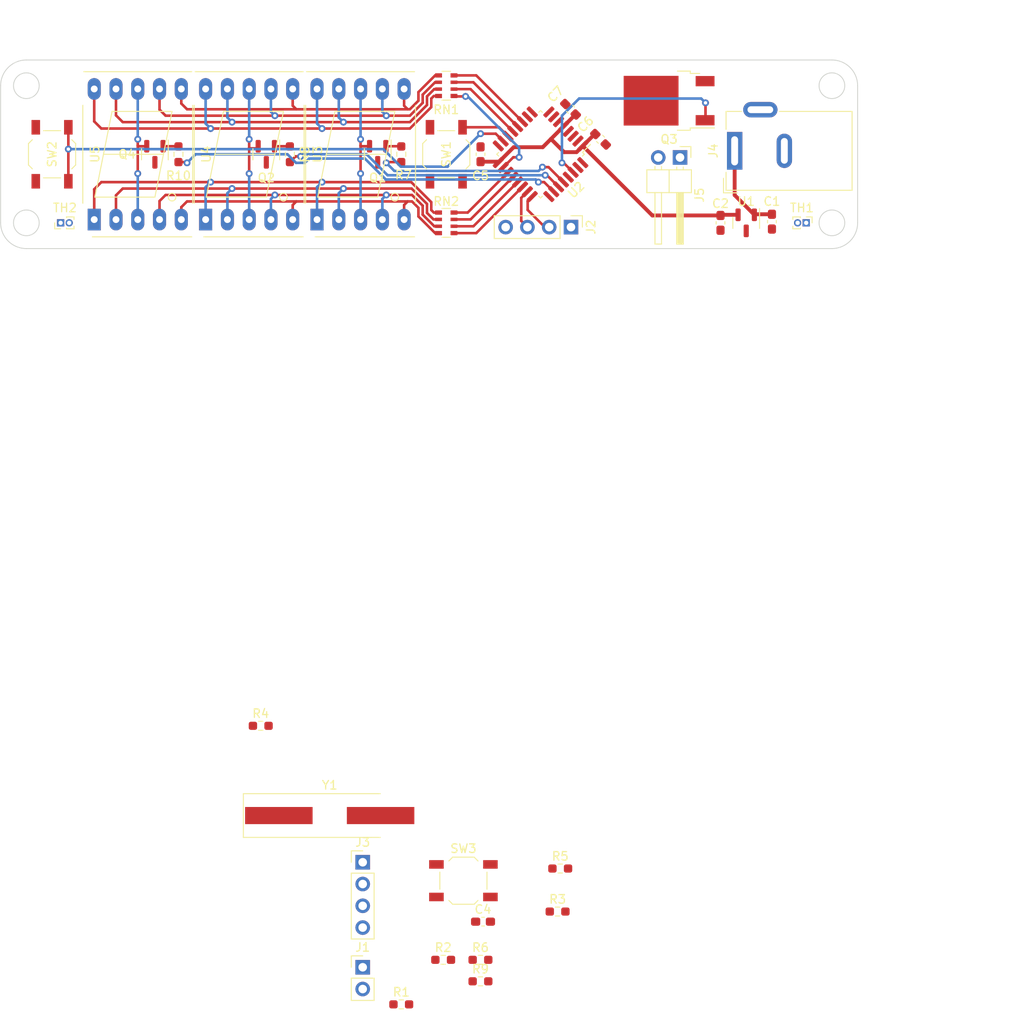
<source format=kicad_pcb>
(kicad_pcb (version 20211014) (generator pcbnew)
  (layers (0 "F.Cu" signal) (31 "B.Cu" signal) (34 "B.Paste" user) (35 "F.Paste" user) (36 "B.SilkS" user "B.Silkscreen") (37 "F.SilkS" user "F.Silkscreen") (38 "B.Mask" user) (39 "F.Mask" user) (44 "Edge.Cuts" user))
  (net 0 "")
  (net 1 "GND")
  (net 2 "+3V3")
  (net 3 "/BootMode")
  (net 4 "/Reset")
  (net 5 "/SWCLK")
  (net 6 "/SWDIO")
  (net 7 "/TX")
  (net 8 "/RX")
  (net 9 "Net-(Q1-Pad1)")
  (net 10 "Net-(Q1-Pad2)")
  (net 11 "Net-(Q2-Pad1)")
  (net 12 "Net-(Q2-Pad2)")
  (net 13 "/HeaterGate")
  (net 14 "Net-(Q4-Pad1)")
  (net 15 "Net-(Q4-Pad2)")
  (net 16 "/NTC_1")
  (net 17 "/Button_1")
  (net 18 "/NTC_2")
  (net 19 "/Button_2")
  (net 20 "/Digit_0")
  (net 21 "/Digit_1")
  (net 22 "/Digit_2")
  (net 23 "/Seg_D")
  (net 24 "/Seg_C")
  (net 25 "/Seg_DP")
  (net 26 "/Seg_G")
  (net 27 "/OSC_IN")
  (net 28 "/OSC_OUT")
  (net 31 "/Seg_F")
  (net 32 "/Seg_E")
  (net 33 "/Seg_B")
  (net 34 "/Seg_A")
  (net 35 "VCC")
  (net 36 "Net-(U2-Pad11)")
  (net 37 "Net-(U2-Pad12)")
  (net 38 "Net-(U2-Pad13)")
  (net 39 "Net-(U2-Pad18)")
  (net 40 "Net-(RN2-Pad1)")
  (net 41 "Net-(RN2-Pad2)")
  (net 42 "Net-(RN2-Pad3)")
  (net 43 "Net-(U2-Pad19)")
  (net 45 "Net-(Q3-Pad2)")
  (footprint "Capacitor_SMD:C_0603_1608Metric_Pad1.08x0.95mm_HandSolder" (layer "F.Cu") (at 179 38 90)
    (fp_text reference "C5" (at -2.5 0 180) (layer "F.SilkS"))
    (fp_text value "100nF *3")
    (pad "1" smd roundrect (at -0.8625 0 90) (size 1.075 0.95) (layers "F.Cu" "F.Paste" "F.Mask") (net 2 "+3V3"))
    (pad "2" smd roundrect (at 0.8625 0 90) (size 1.075 0.95) (layers "F.Cu" "F.Paste" "F.Mask") (net 1 "GND"))
  )
  (footprint "Connector_PinHeader_2.54mm:PinHeader_1x02_P2.54mm_Vertical" (layer "F.Cu") (at 165.25 132.85)
    (fp_text reference "J1" (at 0 -2.33) (layer "F.SilkS"))
    (fp_text value "Conn_01x02_Male")
    (pad "1" thru_hole rect (at 0 0) (size 1.7 1.7) (drill 1) (layers *.Cu *.Mask) (net 4 "/Reset"))
    (pad "2" thru_hole oval (at 0 2.54) (size 1.7 1.7) (drill 1) (layers *.Cu *.Mask) (net 2 "+3V3"))
  )
  (footprint "Resistor_SMD:R_0603_1608Metric_Pad0.98x0.95mm_HandSolder" (layer "F.Cu") (at 174.64 131.98)
    (fp_text reference "R2" (at 0 -1.43) (layer "F.SilkS"))
    (fp_text value "10K")
    (pad "1" smd roundrect (at -0.9125 0) (size 0.975 0.95) (layers "F.Cu" "F.Paste" "F.Mask") (net 2 "+3V3"))
    (pad "2" smd roundrect (at 0.9125 0) (size 0.975 0.95) (layers "F.Cu" "F.Paste" "F.Mask") (net 17 "/Button_1"))
  )
  (footprint "Resistor_SMD:R_0603_1608Metric_Pad0.98x0.95mm_HandSolder" (layer "F.Cu") (at 187.99 126.35)
    (fp_text reference "R3" (at 0 -1.43) (layer "F.SilkS"))
    (fp_text value "2k7")
    (pad "1" smd roundrect (at -0.9125 0) (size 0.975 0.95) (layers "F.Cu" "F.Paste" "F.Mask") (net 18 "/NTC_2"))
    (pad "2" smd roundrect (at 0.9125 0) (size 0.975 0.95) (layers "F.Cu" "F.Paste" "F.Mask") (net 1 "GND"))
  )
  (footprint "Resistor_SMD:R_0603_1608Metric_Pad0.98x0.95mm_HandSolder" (layer "F.Cu") (at 169.75 38 90)
    (fp_text reference "R7" (at -2.4125 0.25 180) (layer "F.SilkS"))
    (fp_text value "220")
    (pad "1" smd roundrect (at -0.9125 0 90) (size 0.975 0.95) (layers "F.Cu" "F.Paste" "F.Mask") (net 20 "/Digit_0"))
    (pad "2" smd roundrect (at 0.9125 0 90) (size 0.975 0.95) (layers "F.Cu" "F.Paste" "F.Mask") (net 9 "Net-(Q1-Pad1)"))
  )
  (footprint "Connector_BarrelJack:BarrelJack_Wuerth_6941xx301002" (layer "F.Cu") (at 208.65 37.6 90)
    (fp_text reference "J4" (at 0 -2.5 90) (layer "F.SilkS"))
    (fp_text value "Barrel_Jack")
    (pad "1" thru_hole rect (at 0 0 90) (size 4.4 1.8) (drill oval 3.4 0.8) (layers *.Cu *.Mask) (net 35 "VCC"))
    (pad "2" thru_hole oval (at 0 5.8 90) (size 4 1.8) (drill oval 3 0.8) (layers *.Cu *.Mask) (net 1 "GND"))
    (pad "3" thru_hole oval (at 4.8 3 180) (size 4 1.8) (drill oval 3 0.8) (layers *.Cu *.Mask) (net 1 "GND"))
  )
  (footprint "Package_TO_SOT_SMD:SOT-23" (layer "F.Cu") (at 154 38 -90)
    (fp_text reference "Q2" (at 2.75 0 180) (layer "F.SilkS"))
    (fp_text value "Q_NPN_BCE")
    (pad "1" smd roundrect (at -0.9375 -0.95 270) (size 1.475 0.6) (layers "F.Cu" "F.Paste" "F.Mask") (net 11 "Net-(Q2-Pad1)"))
    (pad "2" smd roundrect (at -0.9375 0.95 270) (size 1.475 0.6) (layers "F.Cu" "F.Paste" "F.Mask") (net 12 "Net-(Q2-Pad2)"))
    (pad "3" smd roundrect (at 0.9375 0 270) (size 1.475 0.6) (layers "F.Cu" "F.Paste" "F.Mask") (net 1 "GND"))
  )
  (footprint "Capacitor_SMD:C_0603_1608Metric_Pad1.08x0.95mm_HandSolder" (layer "F.Cu") (at 179.29 127.53)
    (fp_text reference "C4" (at 0 -1.43) (layer "F.SilkS"))
    (fp_text value "100pF")
    (pad "1" smd roundrect (at -0.8625 0) (size 1.075 0.95) (layers "F.Cu" "F.Paste" "F.Mask") (net 1 "GND"))
    (pad "2" smd roundrect (at 0.8625 0) (size 1.075 0.95) (layers "F.Cu" "F.Paste" "F.Mask") (net 3 "/BootMode"))
  )
  (footprint "Resistor_SMD:R_0603_1608Metric_Pad0.98x0.95mm_HandSolder" (layer "F.Cu") (at 188.3 121.33)
    (fp_text reference "R5" (at 0 -1.43) (layer "F.SilkS"))
    (fp_text value "10K")
    (pad "1" smd roundrect (at -0.9125 0) (size 0.975 0.95) (layers "F.Cu" "F.Paste" "F.Mask") (net 4 "/Reset"))
    (pad "2" smd roundrect (at 0.9125 0) (size 0.975 0.95) (layers "F.Cu" "F.Paste" "F.Mask") (net 1 "GND"))
  )
  (footprint "Capacitor_SMD:C_0603_1608Metric_Pad1.08x0.95mm_HandSolder" (layer "F.Cu") (at 189.5 32.75 135)
    (fp_text reference "C7" (at 2.474874 0 225) (layer "F.SilkS"))
    (fp_text value "100nF")
    (pad "1" smd roundrect (at -0.8625 0 135) (size 1.075 0.95) (layers "F.Cu" "F.Paste" "F.Mask") (net 2 "+3V3"))
    (pad "2" smd roundrect (at 0.8625 0 135) (size 1.075 0.95) (layers "F.Cu" "F.Paste" "F.Mask") (net 1 "GND"))
  )
  (footprint "Package_TO_SOT_SMD:SOT-23" (layer "F.Cu") (at 210 46 -90)
    (fp_text reference "U1" (at -2.5 0 180) (layer "F.SilkS"))
    (fp_text value "AP7370")
    (pad "1" smd roundrect (at -0.9375 -0.95 270) (size 1.475 0.6) (layers "F.Cu" "F.Paste" "F.Mask") (net 35 "VCC"))
    (pad "2" smd roundrect (at -0.9375 0.95 270) (size 1.475 0.6) (layers "F.Cu" "F.Paste" "F.Mask") (net 2 "+3V3"))
    (pad "3" smd roundrect (at 0.9375 0 270) (size 1.475 0.6) (layers "F.Cu" "F.Paste" "F.Mask") (net 1 "GND"))
  )
  (footprint "Capacitor_SMD:C_0603_1608Metric_Pad1.08x0.95mm_HandSolder" (layer "F.Cu") (at 207 46 -90)
    (fp_text reference "C2" (at -2.25 0 180) (layer "F.SilkS"))
    (fp_text value "2.2uF")
    (pad "1" smd roundrect (at -0.8625 0 270) (size 1.075 0.95) (layers "F.Cu" "F.Paste" "F.Mask") (net 2 "+3V3"))
    (pad "2" smd roundrect (at 0.8625 0 270) (size 1.075 0.95) (layers "F.Cu" "F.Paste" "F.Mask") (net 1 "GND"))
  )
  (footprint "Button_Switch_SMD:SW_SPST_TL3342" (layer "F.Cu") (at 177 122.75)
    (fp_text reference "SW3" (at 0 -3.75) (layer "F.SilkS"))
    (fp_text value "SW_Push")
    (pad "1" smd rect (at 3.15 -1.9) (size 1.7 1) (layers "F.Cu" "F.Paste" "F.Mask") (net 1 "GND"))
    (pad "1" smd rect (at -3.15 -1.9) (size 1.7 1) (layers "F.Cu" "F.Paste" "F.Mask") (net 1 "GND"))
    (pad "2" smd rect (at 3.15 1.9) (size 1.7 1) (layers "F.Cu" "F.Paste" "F.Mask") (net 3 "/BootMode"))
    (pad "2" smd rect (at -3.15 1.9) (size 1.7 1) (layers "F.Cu" "F.Paste" "F.Mask") (net 3 "/BootMode"))
  )
  (footprint "Display_7Segment:7SegmentLED_LTS6760_LTS6780" (layer "F.Cu") (at 133.92 45.62 90)
    (fp_text reference "U5" (at 7.62 0.08 90) (layer "F.SilkS"))
    (fp_text value "SC39-11YWA")
    (pad "1" thru_hole rect (at 0 0) (size 1.524 2.524) (drill 0.8) (layers *.Cu *.Mask) (net 26 "/Seg_G"))
    (pad "2" thru_hole oval (at 0 2.54) (size 1.524 2.524) (drill 0.8) (layers *.Cu *.Mask) (net 31 "/Seg_F"))
    (pad "3" thru_hole oval (at 0 5.08) (size 1.524 2.524) (drill 0.8) (layers *.Cu *.Mask) (net 15 "Net-(Q4-Pad2)"))
    (pad "4" thru_hole oval (at 0 7.62) (size 1.524 2.524) (drill 0.8) (layers *.Cu *.Mask) (net 32 "/Seg_E"))
    (pad "5" thru_hole oval (at 0 10.16) (size 1.524 2.524) (drill 0.8) (layers *.Cu *.Mask) (net 23 "/Seg_D"))
    (pad "6" thru_hole oval (at 15.24 10.16) (size 1.524 2.524) (drill 0.8) (layers *.Cu *.Mask) (net 25 "/Seg_DP"))
    (pad "7" thru_hole oval (at 15.24 7.62) (size 1.524 2.524) (drill 0.8) (layers *.Cu *.Mask) (net 24 "/Seg_C"))
    (pad "8" thru_hole oval (at 15.24 5.08) (size 1.524 2.524) (drill 0.8) (layers *.Cu *.Mask) (net 15 "Net-(Q4-Pad2)"))
    (pad "9" thru_hole oval (at 15.24 2.54) (size 1.524 2.524) (drill 0.8) (layers *.Cu *.Mask) (net 33 "/Seg_B"))
    (pad "10" thru_hole oval (at 15.24 0) (size 1.524 2.524) (drill 0.8) (layers *.Cu *.Mask) (net 34 "/Seg_A"))
  )
  (footprint "Resistor_SMD:R_0603_1608Metric_Pad0.98x0.95mm_HandSolder" (layer "F.Cu") (at 178.99 134.49)
    (fp_text reference "R9" (at 0 -1.43) (layer "F.SilkS"))
    (fp_text value "10K")
    (pad "1" smd roundrect (at -0.9125 0) (size 0.975 0.95) (layers "F.Cu" "F.Paste" "F.Mask") (net 13 "/HeaterGate"))
    (pad "2" smd roundrect (at 0.9125 0) (size 0.975 0.95) (layers "F.Cu" "F.Paste" "F.Mask") (net 1 "GND"))
  )
  (footprint "Button_Switch_SMD:SW_SPST_TL3342" (layer "F.Cu") (at 129 38 -90)
    (fp_text reference "SW2" (at 0 0 90) (layer "F.SilkS"))
    (fp_text value "SW_Push")
    (pad "1" smd rect (at -3.15 -1.9 270) (size 1.7 1) (layers "F.Cu" "F.Paste" "F.Mask") (net 19 "/Button_2"))
    (pad "1" smd rect (at 3.15 -1.9 270) (size 1.7 1) (layers "F.Cu" "F.Paste" "F.Mask") (net 19 "/Button_2"))
    (pad "2" smd rect (at 3.15 1.9 270) (size 1.7 1) (layers "F.Cu" "F.Paste" "F.Mask") (net 1 "GND"))
    (pad "2" smd rect (at -3.15 1.9 270) (size 1.7 1) (layers "F.Cu" "F.Paste" "F.Mask") (net 1 "GND"))
  )
  (footprint "Display_7Segment:7SegmentLED_LTS6760_LTS6780" (layer "F.Cu") (at 159.92 45.62 90)
    (fp_text reference "U3" (at 7.62 0.08 90) (layer "F.SilkS"))
    (fp_text value "SC39-11YWA")
    (pad "1" thru_hole rect (at 0 0) (size 1.524 2.524) (drill 0.8) (layers *.Cu *.Mask) (net 26 "/Seg_G"))
    (pad "2" thru_hole oval (at 0 2.54) (size 1.524 2.524) (drill 0.8) (layers *.Cu *.Mask) (net 31 "/Seg_F"))
    (pad "3" thru_hole oval (at 0 5.08) (size 1.524 2.524) (drill 0.8) (layers *.Cu *.Mask) (net 10 "Net-(Q1-Pad2)"))
    (pad "4" thru_hole oval (at 0 7.62) (size 1.524 2.524) (drill 0.8) (layers *.Cu *.Mask) (net 32 "/Seg_E"))
    (pad "5" thru_hole oval (at 0 10.16) (size 1.524 2.524) (drill 0.8) (layers *.Cu *.Mask) (net 23 "/Seg_D"))
    (pad "6" thru_hole oval (at 15.24 10.16) (size 1.524 2.524) (drill 0.8) (layers *.Cu *.Mask) (net 25 "/Seg_DP"))
    (pad "7" thru_hole oval (at 15.24 7.62) (size 1.524 2.524) (drill 0.8) (layers *.Cu *.Mask) (net 24 "/Seg_C"))
    (pad "8" thru_hole oval (at 15.24 5.08) (size 1.524 2.524) (drill 0.8) (layers *.Cu *.Mask) (net 10 "Net-(Q1-Pad2)"))
    (pad "9" thru_hole oval (at 15.24 2.54) (size 1.524 2.524) (drill 0.8) (layers *.Cu *.Mask) (net 33 "/Seg_B"))
    (pad "10" thru_hole oval (at 15.24 0) (size 1.524 2.524) (drill 0.8) (layers *.Cu *.Mask) (net 34 "/Seg_A"))
  )
  (footprint "Connector_PinHeader_2.54mm:PinHeader_1x04_P2.54mm_Vertical" (layer "F.Cu") (at 189.55 46.5 -90)
    (fp_text reference "J2" (at 0 -2.33 90) (layer "F.SilkS"))
    (fp_text value "Conn_01x04")
    (pad "1" thru_hole rect (at 0 0 270) (size 1.7 1.7) (drill 1) (layers *.Cu *.Mask) (net 2 "+3V3"))
    (pad "2" thru_hole oval (at 0 2.54 270) (size 1.7 1.7) (drill 1) (layers *.Cu *.Mask) (net 5 "/SWCLK"))
    (pad "3" thru_hole oval (at 0 5.08 270) (size 1.7 1.7) (drill 1) (layers *.Cu *.Mask) (net 6 "/SWDIO"))
    (pad "4" thru_hole oval (at 0 7.62 270) (size 1.7 1.7) (drill 1) (layers *.Cu *.Mask) (net 1 "GND"))
  )
  (footprint "Capacitor_SMD:C_0603_1608Metric_Pad1.08x0.95mm_HandSolder" (layer "F.Cu") (at 193 36.25 -45)
    (fp_text reference "C6" (at -2.474874 0 225) (layer "F.SilkS"))
    (fp_text value "100nF")
    (pad "1" smd roundrect (at -0.8625 0 315) (size 1.075 0.95) (layers "F.Cu" "F.Paste" "F.Mask") (net 2 "+3V3"))
    (pad "2" smd roundrect (at 0.8625 0 315) (size 1.075 0.95) (layers "F.Cu" "F.Paste" "F.Mask") (net 1 "GND"))
  )
  (footprint "Crystal:Crystal_SMD_HC49-SD_HandSoldering" (layer "F.Cu") (at 161.4 115.15)
    (fp_text reference "Y1" (at 0 -3.55) (layer "F.SilkS"))
    (fp_text value "8Mhz")
    (pad "1" smd rect (at -5.9375 0) (size 7.875 2) (layers "F.Cu" "F.Paste" "F.Mask") (net 27 "/OSC_IN"))
    (pad "2" smd rect (at 5.9375 0) (size 7.875 2) (layers "F.Cu" "F.Paste" "F.Mask") (net 28 "/OSC_OUT"))
  )
  (footprint "Resistor_SMD:R_0603_1608Metric_Pad0.98x0.95mm_HandSolder" (layer "F.Cu") (at 169.75 137.18)
    (fp_text reference "R1" (at 0 -1.43) (layer "F.SilkS"))
    (fp_text value "2k7")
    (pad "1" smd roundrect (at -0.9125 0) (size 0.975 0.95) (layers "F.Cu" "F.Paste" "F.Mask") (net 16 "/NTC_1"))
    (pad "2" smd roundrect (at 0.9125 0) (size 0.975 0.95) (layers "F.Cu" "F.Paste" "F.Mask") (net 1 "GND"))
  )
  (footprint "Capacitor_SMD:C_0603_1608Metric_Pad1.08x0.95mm_HandSolder" (layer "F.Cu") (at 213 45.8625 -90)
    (fp_text reference "C1" (at -2.3625 0) (layer "F.SilkS"))
    (fp_text value "2.2uF")
    (pad "1" smd roundrect (at -0.8625 0 270) (size 1.075 0.95) (layers "F.Cu" "F.Paste" "F.Mask") (net 35 "VCC"))
    (pad "2" smd roundrect (at 0.8625 0 270) (size 1.075 0.95) (layers "F.Cu" "F.Paste" "F.Mask") (net 1 "GND"))
  )
  (footprint "Display_7Segment:7SegmentLED_LTS6760_LTS6780" (layer "F.Cu") (at 146.92 45.62 90)
    (fp_text reference "U4" (at 7.62 0.08 270) (layer "F.SilkS"))
    (fp_text value "SC39-11YWA")
    (pad "1" thru_hole rect (at 0 0) (size 1.524 2.524) (drill 0.8) (layers *.Cu *.Mask) (net 26 "/Seg_G"))
    (pad "2" thru_hole oval (at 0 2.54) (size 1.524 2.524) (drill 0.8) (layers *.Cu *.Mask) (net 31 "/Seg_F"))
    (pad "3" thru_hole oval (at 0 5.08) (size 1.524 2.524) (drill 0.8) (layers *.Cu *.Mask) (net 12 "Net-(Q2-Pad2)"))
    (pad "4" thru_hole oval (at 0 7.62) (size 1.524 2.524) (drill 0.8) (layers *.Cu *.Mask) (net 32 "/Seg_E"))
    (pad "5" thru_hole oval (at 0 10.16) (size 1.524 2.524) (drill 0.8) (layers *.Cu *.Mask) (net 23 "/Seg_D"))
    (pad "6" thru_hole oval (at 15.24 10.16) (size 1.524 2.524) (drill 0.8) (layers *.Cu *.Mask) (net 25 "/Seg_DP"))
    (pad "7" thru_hole oval (at 15.24 7.62) (size 1.524 2.524) (drill 0.8) (layers *.Cu *.Mask) (net 24 "/Seg_C"))
    (pad "8" thru_hole oval (at 15.24 5.08) (size 1.524 2.524) (drill 0.8) (layers *.Cu *.Mask) (net 12 "Net-(Q2-Pad2)"))
    (pad "9" thru_hole oval (at 15.24 2.54) (size 1.524 2.524) (drill 0.8) (layers *.Cu *.Mask) (net 33 "/Seg_B"))
    (pad "10" thru_hole oval (at 15.24 0) (size 1.524 2.524) (drill 0.8) (layers *.Cu *.Mask) (net 34 "/Seg_A"))
  )
  (footprint "Resistor_SMD:R_Array_Convex_4x0603" (layer "F.Cu") (at 175 46 180)
    (fp_text reference "RN2" (at 0 2.5) (layer "F.SilkS"))
    (fp_text value "1K")
    (pad "1" smd rect (at -0.9 -1.2 180) (size 0.8 0.5) (layers "F.Cu" "F.Paste" "F.Mask") (net 40 "Net-(RN2-Pad1)"))
    (pad "2" smd rect (at -0.9 -0.4 180) (size 0.8 0.4) (layers "F.Cu" "F.Paste" "F.Mask") (net 41 "Net-(RN2-Pad2)"))
    (pad "3" smd rect (at -0.9 0.4 180) (size 0.8 0.4) (layers "F.Cu" "F.Paste" "F.Mask") (net 42 "Net-(RN2-Pad3)"))
    (pad "4" smd rect (at -0.9 1.2 180) (size 0.8 0.5) (layers "F.Cu" "F.Paste" "F.Mask") (net 43 "Net-(U2-Pad19)"))
    (pad "5" smd rect (at 0.9 1.2 180) (size 0.8 0.5) (layers "F.Cu" "F.Paste" "F.Mask") (net 26 "/Seg_G"))
    (pad "6" smd rect (at 0.9 0.4 180) (size 0.8 0.4) (layers "F.Cu" "F.Paste" "F.Mask") (net 31 "/Seg_F"))
    (pad "7" smd rect (at 0.9 -0.4 180) (size 0.8 0.4) (layers "F.Cu" "F.Paste" "F.Mask") (net 32 "/Seg_E"))
    (pad "8" smd rect (at 0.9 -1.2 180) (size 0.8 0.5) (layers "F.Cu" "F.Paste" "F.Mask") (net 23 "/Seg_D"))
  )
  (footprint "Connector_PinHeader_2.54mm:PinHeader_1x04_P2.54mm_Vertical" (layer "F.Cu") (at 165.25 120.6)
    (fp_text reference "J3" (at 0 -2.33) (layer "F.SilkS"))
    (fp_text value "Conn_01x04")
    (pad "1" thru_hole rect (at 0 0) (size 1.7 1.7) (drill 1) (layers *.Cu *.Mask) (net 2 "+3V3"))
    (pad "2" thru_hole oval (at 0 2.54) (size 1.7 1.7) (drill 1) (layers *.Cu *.Mask) (net 7 "/TX"))
    (pad "3" thru_hole oval (at 0 5.08) (size 1.7 1.7) (drill 1) (layers *.Cu *.Mask) (net 8 "/RX"))
    (pad "4" thru_hole oval (at 0 7.62) (size 1.7 1.7) (drill 1) (layers *.Cu *.Mask) (net 1 "GND"))
  )
  (footprint "Package_TO_SOT_SMD:TO-252-2" (layer "F.Cu") (at 201 31.75 180)
    (fp_text reference "Q3" (at 0 -4.5) (layer "F.SilkS"))
    (fp_text value "DMN3016LK3")
    (pad "1" smd rect (at -4.2 -2.28 180) (size 2.2 1.2) (layers "F.Cu" "F.Paste" "F.Mask") (net 13 "/HeaterGate"))
    (pad "2" smd rect (at 2.1 0 180) (size 6.4 5.8) (layers "F.Cu" "F.Mask") (net 45 "Net-(Q3-Pad2)"))
    (pad "3" smd rect (at -4.2 2.28 180) (size 2.2 1.2) (layers "F.Cu" "F.Paste" "F.Mask") (net 1 "GND"))
  )
  (footprint "Package_TO_SOT_SMD:SOT-23" (layer "F.Cu") (at 167 38 -90)
    (fp_text reference "Q1" (at 2.75 0 180) (layer "F.SilkS"))
    (fp_text value "Q_NPN_BCE")
    (pad "1" smd roundrect (at -0.9375 -0.95 270) (size 1.475 0.6) (layers "F.Cu" "F.Paste" "F.Mask") (net 9 "Net-(Q1-Pad1)"))
    (pad "2" smd roundrect (at -0.9375 0.95 270) (size 1.475 0.6) (layers "F.Cu" "F.Paste" "F.Mask") (net 10 "Net-(Q1-Pad2)"))
    (pad "3" smd roundrect (at 0.9375 0 270) (size 1.475 0.6) (layers "F.Cu" "F.Paste" "F.Mask") (net 1 "GND"))
  )
  (footprint "Connector_PinHeader_2.54mm:PinHeader_1x02_P2.54mm_Horizontal" (layer "F.Cu") (at 202.275 38.375 -90)
    (fp_text reference "J5" (at 4.385 -2.27 90) (layer "F.SilkS"))
    (fp_text value "Conn_01x02_Female")
    (pad "1" thru_hole rect (at 0 0 270) (size 1.7 1.7) (drill 1) (layers *.Cu *.Mask) (net 35 "VCC"))
    (pad "2" thru_hole oval (at 0 2.54 270) (size 1.7 1.7) (drill 1) (layers *.Cu *.Mask) (net 45 "Net-(Q3-Pad2)"))
  )
  (footprint "Connector_PinHeader_1.00mm:PinHeader_1x02_P1.00mm_Vertical" (layer "F.Cu") (at 217 46 -90)
    (fp_text reference "TH1" (at -1.75 0.5 180) (layer "F.SilkS"))
    (fp_text value "NTC 10k")
    (pad "1" thru_hole rect (at 0 0 270) (size 0.85 0.85) (drill 0.5) (layers *.Cu *.Mask) (net 2 "+3V3"))
    (pad "2" thru_hole oval (at 0 1 270) (size 0.85 0.85) (drill 0.5) (layers *.Cu *.Mask) (net 16 "/NTC_1"))
  )
  (footprint "Package_QFP:LQFP-32_7x7mm_P0.8mm" (layer "F.Cu") (at 186 38 -135)
    (fp_text reference "U2" (at 0 -5.88 45) (layer "F.SilkS"))
    (fp_text value "STM32F030K6Tx")
    (pad "1" smd roundrect (at -4.175 -2.8 225) (size 1.5 0.5) (layers "F.Cu" "F.Paste" "F.Mask") (net 2 "+3V3"))
    (pad "2" smd roundrect (at -4.175 -2 225) (size 1.5 0.5) (layers "F.Cu" "F.Paste" "F.Mask") (net 27 "/OSC_IN"))
    (pad "3" smd roundrect (at -4.175 -1.2 225) (size 1.5 0.5) (layers "F.Cu" "F.Paste" "F.Mask") (net 28 "/OSC_OUT"))
    (pad "4" smd roundrect (at -4.175 -0.4 225) (size 1.5 0.5) (layers "F.Cu" "F.Paste" "F.Mask") (net 4 "/Reset"))
    (pad "5" smd roundrect (at -4.175 0.4 225) (size 1.5 0.5) (layers "F.Cu" "F.Paste" "F.Mask") (net 2 "+3V3"))
    (pad "6" smd roundrect (at -4.175 1.2 225) (size 1.5 0.5) (layers "F.Cu" "F.Paste" "F.Mask") (net 16 "/NTC_1"))
    (pad "7" smd roundrect (at -4.175 2 225) (size 1.5 0.5) (layers "F.Cu" "F.Paste" "F.Mask") (net 18 "/NTC_2"))
    (pad "8" smd roundrect (at -4.175 2.8 225) (size 1.5 0.5) (layers "F.Cu" "F.Paste" "F.Mask") (net 7 "/TX"))
    (pad "9" smd roundrect (at -2.8 4.175 225) (size 0.5 1.5) (layers "F.Cu" "F.Paste" "F.Mask") (net 8 "/RX"))
    (pad "10" smd roundrect (at -2 4.175 225) (size 0.5 1.5) (layers "F.Cu" "F.Paste" "F.Mask"))
    (pad "11" smd roundrect (at -1.2 4.175 225) (size 0.5 1.5) (layers "F.Cu" "F.Paste" "F.Mask") (net 36 "Net-(U2-Pad11)"))
    (pad "12" smd roundrect (at -0.4 4.175 225) (size 0.5 1.5) (layers "F.Cu" "F.Paste" "F.Mask") (net 37 "Net-(U2-Pad12)"))
    (pad "13" smd roundrect (at 0.4 4.175 225) (size 0.5 1.5) (layers "F.Cu" "F.Paste" "F.Mask") (net 38 "Net-(U2-Pad13)"))
    (pad "14" smd roundrect (at 1.2 4.175 225) (size 0.5 1.5) (layers "F.Cu" "F.Paste" "F.Mask") (net 17 "/Button_1"))
    (pad "15" smd roundrect (at 2 4.175 225) (size 0.5 1.5) (layers "F.Cu" "F.Paste" "F.Mask") (net 19 "/Button_2"))
    (pad "16" smd roundrect (at 2.8 4.175 225) (size 0.5 1.5) (layers "F.Cu" "F.Paste" "F.Mask") (net 1 "GND"))
    (pad "17" smd roundrect (at 4.175 2.8 225) (size 1.5 0.5) (layers "F.Cu" "F.Paste" "F.Mask") (net 2 "+3V3"))
    (pad "18" smd roundrect (at 4.175 2 225) (size 1.5 0.5) (layers "F.Cu" "F.Paste" "F.Mask") (net 39 "Net-(U2-Pad18)"))
    (pad "19" smd roundrect (at 4.175 1.2 225) (size 1.5 0.5) (layers "F.Cu" "F.Paste" "F.Mask") (net 43 "Net-(U2-Pad19)"))
    (pad "20" smd roundrect (at 4.175 0.4 225) (size 1.5 0.5) (layers "F.Cu" "F.Paste" "F.Mask") (net 42 "Net-(RN2-Pad3)"))
    (pad "21" smd roundrect (at 4.175 -0.4 225) (size 1.5 0.5) (layers "F.Cu" "F.Paste" "F.Mask") (net 41 "Net-(RN2-Pad2)"))
    (pad "22" smd roundrect (at 4.175 -1.2 225) (size 1.5 0.5) (layers "F.Cu" "F.Paste" "F.Mask") (net 40 "Net-(RN2-Pad1)"))
    (pad "23" smd roundrect (at 4.175 -2 225) (size 1.5 0.5) (layers "F.Cu" "F.Paste" "F.Mask") (net 6 "/SWDIO"))
    (pad "24" smd roundrect (at 4.175 -2.8 225) (size 1.5 0.5) (layers "F.Cu" "F.Paste" "F.Mask") (net 5 "/SWCLK"))
    (pad "25" smd roundrect (at 2.8 -4.175 225) (size 0.5 1.5) (layers "F.Cu" "F.Paste" "F.Mask"))
    (pad "26" smd roundrect (at 2 -4.175 225) (size 0.5 1.5) (layers "F.Cu" "F.Paste" "F.Mask") (net 22 "/Digit_2"))
    (pad "27" smd roundrect (at 1.2 -4.175 225) (size 0.5 1.5) (layers "F.Cu" "F.Paste" "F.Mask") (net 21 "/Digit_1"))
    (pad "28" smd roundrect (at 0.4 -4.175 225) (size 0.5 1.5) (layers "F.Cu" "F.Paste" "F.Mask") (net 20 "/Digit_0"))
    (pad "29" smd roundrect (at -0.4 -4.175 225) (size 0.5 1.5) (layers "F.Cu" "F.Paste" "F.Mask"))
    (pad "30" smd roundrect (at -1.2 -4.175 225) (size 0.5 1.5) (layers "F.Cu" "F.Paste" "F.Mask") (net 13 "/HeaterGate"))
    (pad "31" smd roundrect (at -2 -4.175 225) (size 0.5 1.5) (layers "F.Cu" "F.Paste" "F.Mask") (net 3 "/BootMode"))
    (pad "32" smd roundrect (at -2.8 -4.175 225) (size 0.5 1.5) (layers "F.Cu" "F.Paste" "F.Mask") (net 1 "GND"))
  )
  (footprint "Resistor_SMD:R_0603_1608Metric_Pad0.98x0.95mm_HandSolder" (layer "F.Cu") (at 143.75 38 90)
    (fp_text reference "R10" (at -2.5 0 180) (layer "F.SilkS"))
    (fp_text value "220")
    (pad "1" smd roundrect (at -0.9125 0 90) (size 0.975 0.95) (layers "F.Cu" "F.Paste" "F.Mask") (net 22 "/Digit_2"))
    (pad "2" smd roundrect (at 0.9125 0 90) (size 0.975 0.95) (layers "F.Cu" "F.Paste" "F.Mask") (net 14 "Net-(Q4-Pad1)"))
  )
  (footprint "Resistor_SMD:R_0603_1608Metric_Pad0.98x0.95mm_HandSolder" (layer "F.Cu") (at 156.75 38 90)
    (fp_text reference "R8" (at 0 1.755015 90) (layer "F.SilkS"))
    (fp_text value "220")
    (pad "1" smd roundrect (at -0.9125 0 90) (size 0.975 0.95) (layers "F.Cu" "F.Paste" "F.Mask") (net 21 "/Digit_1"))
    (pad "2" smd roundrect (at 0.9125 0 90) (size 0.975 0.95) (layers "F.Cu" "F.Paste" "F.Mask") (net 11 "Net-(Q2-Pad1)"))
  )
  (footprint "Button_Switch_SMD:SW_SPST_TL3342" (layer "F.Cu") (at 175 38 -90)
    (fp_text reference "SW1" (at 0 0 90) (layer "F.SilkS"))
    (fp_text value "SW_Push" hide)
    (pad "1" smd rect (at 3.15 -1.9 270) (size 1.7 1) (layers "F.Cu" "F.Paste" "F.Mask") (net 17 "/Button_1"))
    (pad "1" smd rect (at -3.15 -1.9 270) (size 1.7 1) (layers "F.Cu" "F.Paste" "F.Mask") (net 17 "/Button_1"))
    (pad "2" smd rect (at -3.15 1.9 270) (size 1.7 1) (layers "F.Cu" "F.Paste" "F.Mask") (net 1 "GND"))
    (pad "2" smd rect (at 3.15 1.9 270) (size 1.7 1) (layers "F.Cu" "F.Paste" "F.Mask") (net 1 "GND"))
  )
  (footprint "Resistor_SMD:R_0603_1608Metric_Pad0.98x0.95mm_HandSolder" (layer "F.Cu") (at 178.99 131.98)
    (fp_text reference "R6" (at 0 -1.43) (layer "F.SilkS"))
    (fp_text value "10K")
    (pad "1" smd roundrect (at -0.9125 0) (size 0.975 0.95) (layers "F.Cu" "F.Paste" "F.Mask") (net 2 "+3V3"))
    (pad "2" smd roundrect (at 0.9125 0) (size 0.975 0.95) (layers "F.Cu" "F.Paste" "F.Mask") (net 3 "/BootMode"))
  )
  (footprint "Connector_PinHeader_1.00mm:PinHeader_1x02_P1.00mm_Vertical" (layer "F.Cu") (at 130 46 90)
    (fp_text reference "TH2" (at 1.75 0.5 180) (layer "F.SilkS"))
    (fp_text value "NTC 10k")
    (pad "1" thru_hole rect (at 0 0 90) (size 0.85 0.85) (drill 0.5) (layers *.Cu *.Mask) (net 2 "+3V3"))
    (pad "2" thru_hole oval (at 0 1 90) (size 0.85 0.85) (drill 0.5) (layers *.Cu *.Mask) (net 18 "/NTC_2"))
  )
  (footprint "Resistor_SMD:R_Array_Convex_4x0603" (layer "F.Cu") (at 175 30 180)
    (fp_text reference "RN1" (at 0 -2.8) (layer "F.SilkS"))
    (fp_text value "1K")
    (pad "1" smd rect (at -0.9 -1.2 180) (size 0.8 0.5) (layers "F.Cu" "F.Paste" "F.Mask") (net 39 "Net-(U2-Pad18)"))
    (pad "2" smd rect (at -0.9 -0.4 180) (size 0.8 0.4) (layers "F.Cu" "F.Paste" "F.Mask") (net 38 "Net-(U2-Pad13)"))
    (pad "3" smd rect (at -0.9 0.4 180) (size 0.8 0.4) (layers "F.Cu" "F.Paste" "F.Mask") (net 37 "Net-(U2-Pad12)"))
    (pad "4" smd rect (at -0.9 1.2 180) (size 0.8 0.5) (layers "F.Cu" "F.Paste" "F.Mask") (net 36 "Net-(U2-Pad11)"))
    (pad "5" smd rect (at 0.9 1.2 180) (size 0.8 0.5) (layers "F.Cu" "F.Paste" "F.Mask") (net 25 "/Seg_DP"))
    (pad "6" smd rect (at 0.9 0.4 180) (size 0.8 0.4) (layers "F.Cu" "F.Paste" "F.Mask") (net 24 "/Seg_C"))
    (pad "7" smd rect (at 0.9 -0.4 180) (size 0.8 0.4) (layers "F.Cu" "F.Paste" "F.Mask") (net 33 "/Seg_B"))
    (pad "8" smd rect (at 0.9 -1.2 180) (size 0.8 0.5) (layers "F.Cu" "F.Paste" "F.Mask") (net 34 "/Seg_A"))
  )
  (footprint "Resistor_SMD:R_0603_1608Metric_Pad0.98x0.95mm_HandSolder" (layer "F.Cu") (at 153.35 104.68)
    (fp_text reference "R4" (at 0 -1.43) (layer "F.SilkS"))
    (fp_text value "10K")
    (pad "1" smd roundrect (at -0.9125 0) (size 0.975 0.95) (layers "F.Cu" "F.Paste" "F.Mask") (net 2 "+3V3"))
    (pad "2" smd roundrect (at 0.9125 0) (size 0.975 0.95) (layers "F.Cu" "F.Paste" "F.Mask") (net 19 "/Button_2"))
  )
  (footprint "Package_TO_SOT_SMD:SOT-23" (layer "F.Cu") (at 141 38 -90)
    (fp_text reference "Q4" (at 0 3.25 180) (layer "F.SilkS"))
    (fp_text value "Q_NPN_BCE")
    (pad "1" smd roundrect (at -0.9375 -0.95 270) (size 1.475 0.6) (layers "F.Cu" "F.Paste" "F.Mask") (net 14 "Net-(Q4-Pad1)"))
    (pad "2" smd roundrect (at -0.9375 0.95 270) (size 1.475 0.6) (layers "F.Cu" "F.Paste" "F.Mask") (net 15 "Net-(Q4-Pad2)"))
    (pad "3" smd roundrect (at 0.9375 0 270) (size 1.475 0.6) (layers "F.Cu" "F.Paste" "F.Mask") (net 1 "GND"))
  )
  (gr_circle (center 220 46) (end 221.5 46) (layer "Edge.Cuts") (width 0.1) (fill none))
  (gr_arc (start 126 49) (mid 123.87868 48.12132) (end 123 46) (layer "Edge.Cuts") (width 0.1))
  (gr_arc (start 123 30) (mid 123.87868 27.87868) (end 126 27) (layer "Edge.Cuts") (width 0.1))
  (gr_line (start 223 46) (end 223 30) (layer "Edge.Cuts") (width 0.1))
  (gr_circle (center 126 46) (end 127.5 46) (layer "Edge.Cuts") (width 0.1) (fill none))
  (gr_circle (center 220 30) (end 221.5 30) (layer "Edge.Cuts") (width 0.1) (fill none))
  (gr_line (start 126 49) (end 220 49) (layer "Edge.Cuts") (width 0.1))
  (gr_line (start 126 27) (end 220 27) (layer "Edge.Cuts") (width 0.1))
  (gr_circle (center 126 30) (end 127.5 30) (layer "Edge.Cuts") (width 0.1) (fill none))
  (gr_line (start 123 46) (end 123 30) (layer "Edge.Cuts") (width 0.1))
  (gr_arc (start 223 46) (mid 222.12132 48.12132) (end 220 49) (layer "Edge.Cuts") (width 0.1))
  (gr_arc (start 220 27) (mid 222.12132 27.87868) (end 223 30) (layer "Edge.Cuts") (width 0.1))
  (segment (start 186.258825 37.175489) (end 187.217157 36.217157) (width 0.45) (layer "F.Cu") (net 2))
  (segment (start 180.958158 38.8625) (end 181.06793 38.972272) (width 0.45) (layer "F.Cu") (net 2))
  (segment (start 190.10988 33.35988) (end 190.074434 33.35988) (width 0.45) (layer "F.Cu") (net 2))
  (segment (start 199.041842 45.1375) (end 190.93207 37.027728) (width 0.45) (layer "F.Cu") (net 2))
  (segment (start 188.75 37.75) (end 187.217157 36.217157) (width 0.45) (layer "F.Cu") (net 2))
  (segment (start 181.06793 38.972272) (end 182.864713 37.175489) (width 0.45) (layer "F.Cu") (net 2))
  (segment (start 182.864713 37.175489) (end 186.258825 37.175489) (width 0.45) (layer "F.Cu") (net 2))
  (segment (start 190.93207 37.027728) (end 190.209798 37.75) (width 0.45) (layer "F.Cu") (net 2))
  (segment (start 192.319678 35.64012) (end 190.93207 37.027728) (width 0.45) (layer "F.Cu") (net 2))
  (segment (start 190.209798 37.75) (end 188.75 37.75) (width 0.45) (layer "F.Cu") (net 2))
  (segment (start 187.217157 36.217157) (end 188.669328 34.764986) (width 0.45) (layer "F.Cu") (net 2))
  (segment (start 179 38.8625) (end 180.958158 38.8625) (width 0.45) (layer "F.Cu") (net 2))
  (segment (start 190.074434 33.35988) (end 188.669328 34.764986) (width 0.45) (layer "F.Cu") (net 2))
  (segment (start 192.39012 35.64012) (end 192.319678 35.64012) (width 0.45) (layer "F.Cu") (net 2))
  (segment (start 209.05 45.0625) (end 207.075 45.0625) (width 0.45) (layer "F.Cu") (net 2))
  (segment (start 207.075 45.0625) (end 207 45.1375) (width 0.45) (layer "F.Cu") (net 2))
  (segment (start 207 45.1375) (end 199.041842 45.1375) (width 0.45) (layer "F.Cu") (net 2))
  (segment (start 184.5 44.5) (end 184.5 43.459798) (width 0.3) (layer "F.Cu") (net 5))
  (segment (start 186.5 46.5) (end 184.5 44.5) (width 0.3) (layer "F.Cu") (net 5))
  (segment (start 187.01 46.5) (end 186.5 46.5) (width 0.3) (layer "F.Cu") (net 5))
  (segment (start 184.5 43.459798) (end 185.027728 42.93207) (width 0.3) (layer "F.Cu") (net 5))
  (segment (start 183.75 43.078427) (end 183.75 45.78) (width 0.3) (layer "F.Cu") (net 6))
  (segment (start 183.75 45.78) (end 184.47 46.5) (width 0.3) (layer "F.Cu") (net 6))
  (segment (start 184.462043 42.366384) (end 183.75 43.078427) (width 0.3) (layer "F.Cu") (net 6))
  (segment (start 169.6375 37.0625) (end 169.75 37.175) (width 0.3) (layer "F.Cu") (net 9))
  (segment (start 167.95 37.0625) (end 169.6375 37.0625) (width 0.3) (layer "F.Cu") (net 9))
  (segment (start 165.0625 37.0625) (end 165 37) (width 0.3) (layer "F.Cu") (net 10))
  (segment (start 166.05 37.0625) (end 165.0625 37.0625) (width 0.3) (layer "F.Cu") (net 10))
  (segment (start 165 37) (end 165 36.25) (width 0.3) (layer "F.Cu") (net 10))
  (segment (start 165 40.25) (end 165 37) (width 0.3) (layer "F.Cu") (net 10))
  (via (at 165 36.25) (size 0.8) (drill 0.4) (layers "F.Cu" "B.Cu") (net 10))
  (via (at 165 40.25) (size 0.8) (drill 0.4) (layers "F.Cu" "B.Cu") (net 10))
  (segment (start 165 40.25) (end 165 45.62) (width 0.3) (layer "B.Cu") (net 10))
  (segment (start 165 36.25) (end 165 30.38) (width 0.3) (layer "B.Cu") (net 10))
  (segment (start 154.95 37.0625) (end 156.725 37.0625) (width 0.3) (layer "F.Cu") (net 11))
  (segment (start 156.725 37.0625) (end 156.75 37.0875) (width 0.3) (layer "F.Cu") (net 11))
  (segment (start 152.0625 37.3125) (end 152 37.25) (width 0.3) (layer "F.Cu") (net 12))
  (segment (start 153.05 37.3125) (end 152.0625 37.3125) (width 0.3) (layer "F.Cu") (net 12))
  (segment (start 152 37.25) (end 152 36.25) (width 0.3) (layer "F.Cu") (net 12))
  (segment (start 152 40.25) (end 152 37.25) (width 0.3) (layer "F.Cu") (net 12))
  (via (at 152 36.25) (size 0.8) (drill 0.4) (layers "F.Cu" "B.Cu") (net 12))
  (via (at 152 40.25) (size 0.8) (drill 0.4) (layers "F.Cu" "B.Cu") (net 12))
  (segment (start 152 45.62) (end 152 40.25) (width 0.3) (layer "B.Cu") (net 12))
  (segment (start 152 30.38) (end 152 36.25) (width 0.3) (layer "B.Cu") (net 12))
  (segment (start 205.25 32) (end 205.25 33.98) (width 0.3) (layer "F.Cu") (net 13))
  (segment (start 188.697056 39) (end 189.800699 40.103643) (width 0.3) (layer "F.Cu") (net 13))
  (segment (start 188.5 39) (end 188.697056 39) (width 0.3) (layer "F.Cu") (net 13))
  (segment (start 205.25 33.98) (end 205.2 34.03) (width 0.3) (layer "F.Cu") (net 13))
  (via (at 205.25 32) (size 0.8) (drill 0.4) (layers "F.Cu" "B.Cu") (net 13))
  (via (at 188.5 39) (size 0.8) (drill 0.4) (layers "F.Cu" "B.Cu") (net 13))
  (segment (start 204.75 31.5) (end 205.25 32) (width 0.3) (layer "B.Cu") (net 13))
  (segment (start 188.5 33.5) (end 190.5 31.5) (width 0.3) (layer "B.Cu") (net 13))
  (segment (start 188.5 39) (end 188.5 33.5) (width 0.3) (layer "B.Cu") (net 13))
  (segment (start 190.5 31.5) (end 204.75 31.5) (width 0.3) (layer "B.Cu") (net 13))
  (segment (start 143.725 37.0625) (end 143.75 37.0875) (width 0.3) (layer "F.Cu") (net 14))
  (segment (start 141.95 37.0625) (end 143.725 37.0625) (width 0.3) (layer "F.Cu") (net 14))
  (segment (start 139 36.25) (end 139 37) (width 0.3) (layer "F.Cu") (net 15))
  (segment (start 139.0625 37.0625) (end 139 37) (width 0.3) (layer "F.Cu") (net 15))
  (segment (start 140.05 37.0625) (end 139.0625 37.0625) (width 0.3) (layer "F.Cu") (net 15))
  (segment (start 139 37) (end 139 40.25) (width 0.3) (layer "F.Cu") (net 15))
  (via (at 139 40.25) (size 0.8) (drill 0.4) (layers "F.Cu" "B.Cu") (net 15))
  (via (at 139 36.25) (size 0.8) (drill 0.4) (layers "F.Cu" "B.Cu") (net 15))
  (segment (start 139 30.38) (end 139 36.25) (width 0.3) (layer "B.Cu") (net 15))
  (segment (start 139 45.62) (end 139 40.25) (width 0.3) (layer "B.Cu") (net 15))
  (segment (start 181.152944 34.85) (end 176.9 34.85) (width 0.3) (layer "F.Cu") (net 17))
  (segment (start 182.199301 35.896357) (end 181.152944 34.85) (width 0.3) (layer "F.Cu") (net 17))
  (segment (start 130.9 41.15) (end 130.9 37.4) (width 0.3) (layer "F.Cu") (net 19))
  (segment (start 180.771073 35.5995) (end 179 35.5995) (width 0.3) (layer "F.Cu") (net 19))
  (segment (start 130.9 37.4) (end 130.9 34.85) (width 0.3) (layer "F.Cu") (net 19))
  (segment (start 181.633616 36.462043) (end 180.771073 35.5995) (width 0.3) (layer "F.Cu") (net 19))
  (via (at 179 35.5995) (size 0.8) (drill 0.4) (layers "F.Cu" "B.Cu") (net 19))
  (via (at 130.9 37.4) (size 0.8) (drill 0.4) (layers "F.Cu" "B.Cu") (net 19))
  (segment (start 169.696972 39.446972) (end 167.65 37.4) (width 0.3) (layer "B.Cu") (net 19))
  (segment (start 167.65 37.4) (end 130.9 37.4) (width 0.3) (layer "B.Cu") (net 19))
  (segment (start 175.152528 39.446972) (end 169.696972 39.446972) (width 0.3) (layer "B.Cu") (net 19))
  (segment (start 179 35.5995) (end 175.152528 39.446972) (width 0.3) (layer "B.Cu") (net 19))
  (segment (start 186.220258 39.5005) (end 186.934814 39.5005) (width 0.3) (layer "F.Cu") (net 20))
  (segment (start 186.934814 39.5005) (end 188.669328 41.235014) (width 0.3) (layer "F.Cu") (net 20))
  (segment (start 168.0875 38.9125) (end 169.75 38.9125) (width 0.3) (layer "F.Cu") (net 20))
  (segment (start 168 39) (end 168.0875 38.9125) (width 0.3) (layer "F.Cu") (net 20))
  (via (at 168 39) (size 0.8) (drill 0.4) (layers "F.Cu" "B.Cu") (net 20))
  (via (at 186.220258 39.5005) (size 0.8) (drill 0.4) (layers "F.Cu" "B.Cu") (net 20))
  (segment (start 168.946492 39.946492) (end 185.774266 39.946492) (width 0.3) (layer "B.Cu") (net 20))
  (segment (start 168 39) (end 168.946492 39.946492) (width 0.3) (layer "B.Cu") (net 20))
  (segment (start 185.774266 39.946492) (end 186.220258 39.5005) (width 0.3) (layer "B.Cu") (net 20))
  (segment (start 186.748956 40.446012) (end 188.103643 41.800699) (width 0.3) (layer "F.Cu") (net 21))
  (segment (start 158 38.25) (end 157.4125 38.25) (width 0.3) (layer "F.Cu") (net 21))
  (segment (start 186.544316 40.446012) (end 186.748956 40.446012) (width 0.3) (layer "F.Cu") (net 21))
  (segment (start 157.4125 38.25) (end 156.75 38.9125) (width 0.3) (layer "F.Cu") (net 21))
  (via (at 186.544316 40.446012) (size 0.8) (drill 0.4) (layers "F.Cu" "B.Cu") (net 21))
  (via (at 158 38.25) (size 0.8) (drill 0.4) (layers "F.Cu" "B.Cu") (net 21))
  (segment (start 158 38.25) (end 158.25 38) (width 0.3) (layer "B.Cu") (net 21))
  (segment (start 168.15244 40.446012) (end 186.544316 40.446012) (width 0.3) (layer "B.Cu") (net 21))
  (segment (start 158.25 38) (end 165.706428 38) (width 0.3) (layer "B.Cu") (net 21))
  (segment (start 165.706428 38) (end 168.15244 40.446012) (width 0.3) (layer "B.Cu") (net 21))
  (segment (start 144.6625 38.9125) (end 143.75 38.9125) (width 0.3) (layer "F.Cu") (net 22))
  (segment (start 185.75 41.25) (end 186.421573 41.25) (width 0.3) (layer "F.Cu") (net 22))
  (segment (start 144.75 39) (end 144.6625 38.9125) (width 0.3) (layer "F.Cu") (net 22))
  (segment (start 186.421573 41.25) (end 187.537957 42.366384) (width 0.3) (layer "F.Cu") (net 22))
  (via (at 144.75 39) (size 0.8) (drill 0.4) (layers "F.Cu" "B.Cu") (net 22))
  (via (at 185.75 41.25) (size 0.8) (drill 0.4) (layers "F.Cu" "B.Cu") (net 22))
  (segment (start 145.75 38) (end 156.470015 38) (width 0.3) (layer "B.Cu") (net 22))
  (segment (start 157.469526 38.999511) (end 158.500489 38.999511) (width 0.3) (layer "B.Cu") (net 22))
  (segment (start 167.945533 40.945532) (end 185.445532 40.945532) (width 0.3) (layer "B.Cu") (net 22))
  (segment (start 185.445532 40.945532) (end 185.75 41.25) (width 0.3) (layer "B.Cu") (net 22))
  (segment (start 159 38.5) (end 165.5 38.5) (width 0.3) (layer "B.Cu") (net 22))
  (segment (start 156.470015 38) (end 157.469526 38.999511) (width 0.3) (layer "B.Cu") (net 22))
  (segment (start 165.5 38.5) (end 167.945533 40.945532) (width 0.3) (layer "B.Cu") (net 22))
  (segment (start 144.75 39) (end 145.75 38) (width 0.3) (layer "B.Cu") (net 22))
  (segment (start 158.500489 38.999511) (end 159 38.5) (width 0.3) (layer "B.Cu") (net 22))
  (segment (start 144.75 43.5) (end 157.5 43.5) (width 0.3) (layer "F.Cu") (net 23))
  (segment (start 157.08 43.92) (end 157.5 43.5) (width 0.3) (layer "F.Cu") (net 23))
  (segment (start 171.750001 44.250001) (end 171.750001 45.250001) (width 0.3) (layer "F.Cu") (net 23))
  (segment (start 144.08 45.62) (end 144.08 44.17) (width 0.3) (layer "F.Cu") (net 23))
  (segment (start 170.5 43.5) (end 171 43.5) (width 0.3) (layer "F.Cu") (net 23))
  (segment (start 171 43.5) (end 171.750001 44.250001) (width 0.3) (layer "F.Cu") (net 23))
  (segment (start 157.08 45.62) (end 157.08 43.92) (width 0.3) (layer "F.Cu") (net 23))
  (segment (start 144.08 44.17) (end 144.75 43.5) (width 0.3) (layer "F.Cu") (net 23))
  (segment (start 171.750001 45.250001) (end 173.7 47.2) (width 0.3) (layer "F.Cu") (net 23))
  (segment (start 170.08 45.62) (end 170.08 43.92) (width 0.3) (layer "F.Cu") (net 23))
  (segment (start 157.5 43.5) (end 170.5 43.5) (width 0.3) (layer "F.Cu") (net 23))
  (segment (start 173.7 47.2) (end 174.1 47.2) (width 0.3) (layer "F.Cu") (net 23))
  (segment (start 170.08 43.92) (end 170.5 43.5) (width 0.3) (layer "F.Cu") (net 23))
  (segment (start 168 33.5) (end 155 33.5) (width 0.3) (layer "F.Cu") (net 24))
  (segment (start 172.25 31.043572) (end 172.25 32) (width 0.3) (layer "F.Cu") (net 24))
  (segment (start 142.25 33.5) (end 141.54 32.79) (width 0.3) (layer "F.Cu") (net 24))
  (segment (start 172.25 32) (end 170.75 33.5) (width 0.3) (layer "F.Cu") (net 24))
  (segment (start 174.1 29.6) (end 173.693572 29.6) (width 0.3) (layer "F.Cu") (net 24))
  (segment (start 141.54 32.79) (end 141.54 30.38) (width 0.3) (layer "F.Cu") (net 24))
  (segment (start 170.75 33.5) (end 168 33.5) (width 0.3) (layer "F.Cu") (net 24))
  (segment (start 173.693572 29.6) (end 172.25 31.043572) (width 0.3) (layer "F.Cu") (net 24))
  (segment (start 155 33.5) (end 142.25 33.5) (width 0.3) (layer "F.Cu") (net 24))
  (via (at 168 33.5) (size 0.8) (drill 0.4) (layers "F.Cu" "B.Cu") (net 24))
  (via (at 155 33.5) (size 0.8) (drill 0.4) (layers "F.Cu" "B.Cu") (net 24))
  (segment (start 154.54 30.38) (end 154.54 33.04) (width 0.3) (layer "B.Cu") (net 24))
  (segment (start 167.54 33.04) (end 168 33.5) (width 0.3) (layer "B.Cu") (net 24))
  (segment (start 167.54 30.38) (end 167.54 33.04) (width 0.3) (layer "B.Cu") (net 24))
  (segment (start 154.54 33.04) (end 155 33.5) (width 0.3) (layer "B.Cu") (net 24))
  (segment (start 157.08 32.33) (end 157.5 32.75) (width 0.3) (layer "F.Cu") (net 25))
  (segment (start 171.75 30.75) (end 173.7 28.8) (width 0.3) (layer "F.Cu") (net 25))
  (segment (start 170.08 32.33) (end 170.5 32.75) (width 0.3) (layer "F.Cu") (net 25))
  (segment (start 174.2 28.8) (end 174.25 28.75) (width 0.3) (layer "F.Cu") (net 25))
  (segment (start 171.75 31.75) (end 171.75 30.75) (width 0.3) (layer "F.Cu") (net 25))
  (segment (start 144.08 32.08) (end 144.75 32.75) (width 0.3) (layer "F.Cu") (net 25))
  (segment (start 170.5 32.75) (end 170.75 32.75) (width 0.3) (layer "F.Cu") (net 25))
  (segment (start 170.08 30.38) (end 170.08 32.33) (width 0.3) (layer "F.Cu") (net 25))
  (segment (start 144.75 32.75) (end 157.5 32.75) (width 0.3) (layer "F.Cu") (net 25))
  (segment (start 174.1 28.8) (end 174.2 28.8) (width 0.3) (layer "F.Cu") (net 25))
  (segment (start 170.75 32.75) (end 171.75 31.75) (width 0.3) (layer "F.Cu") (net 25))
  (segment (start 144.08 30.38) (end 144.08 32.08) (width 0.3) (layer "F.Cu") (net 25))
  (segment (start 157.08 30.38) (end 157.08 32.33) (width 0.3) (layer "F.Cu") (net 25))
  (segment (start 173.7 28.8) (end 174.1 28.8) (width 0.3) (layer "F.Cu") (net 25))
  (segment (start 157.5 32.75) (end 170.5 32.75) (width 0.3) (layer "F.Cu") (net 25))
  (segment (start 173.249519 43.586663) (end 170.912856 41.25) (width 0.3) (layer "F.Cu") (net 26))
  (segment (start 147.5 41.25) (end 134.75 41.25) (width 0.3) (layer "F.Cu") (net 26))
  (segment (start 173.249519 44.499519) (end 173.249519 43.586663) (width 0.3) (layer "F.Cu") (net 26))
  (segment (start 134.75 41.25) (end 133.92 42.08) (width 0.3) (layer "F.Cu") (net 26))
  (segment (start 174.1 44.8) (end 173.55 44.8) (width 0.3) (layer "F.Cu") (net 26))
  (segment (start 173.55 44.8) (end 173.249519 44.499519) (width 0.3) (layer "F.Cu") (net 26))
  (segment (start 133.92 42.08) (end 133.92 45.62) (width 0.3) (layer "F.Cu") (net 26))
  (segment (start 170.912856 41.25) (end 147.5 41.25) (width 0.3) (layer "F.Cu") (net 26))
  (via (at 160.5 41.2505) (size 0.8) (drill 0.4) (layers "F.Cu" "B.Cu") (net 26))
  (via (at 147.5 41.25) (size 0.8) (drill 0.4) (layers "F.Cu" "B.Cu") (net 26))
  (segment (start 146.92 41.83) (end 147.5 41.25) (width 0.3) (layer "B.Cu") (net 26))
  (segment (start 146.92 45.62) (end 146.92 41.83) (width 0.3) (layer "B.Cu") (net 26))
  (segment (start 159.92 41.8305) (end 160.5 41.2505) (width 0.3) (layer "B.Cu") (net 26))
  (segment (start 159.92 45.62) (end 159.92 41.8305) (width 0.3) (layer "B.Cu") (net 26))
  (segment (start 170.956428 42) (end 172.75 43.793572) (width 0.3) (layer "F.Cu") (net 31))
  (segment (start 173.512856 45.6) (end 174.1 45.6) (width 0.3) (layer "F.Cu") (net 31))
  (segment (start 136.46 42.79) (end 137.25 42) (width 0.3) (layer "F.Cu") (net 31))
  (segment (start 137.25 42) (end 150 42) (width 0.3) (layer "F.Cu") (net 31))
  (segment (start 163 42) (end 170.956428 42) (width 0.3) (layer "F.Cu") (net 31))
  (segment (start 150 42) (end 163 42) (width 0.3) (layer "F.Cu") (net 31))
  (segment (start 172.75 43.793572) (end 172.75 44.837144) (width 0.3) (layer "F.Cu") (net 31))
  (segment (start 136.46 45.62) (end 136.46 42.79) (width 0.3) (layer "F.Cu") (net 31))
  (segment (start 172.75 44.837144) (end 173.512856 45.6) (width 0.3) (layer "F.Cu") (net 31))
  (via (at 163 42) (size 0.8) (drill 0.4) (layers "F.Cu" "B.Cu") (net 31))
  (via (at 150 42) (size 0.8) (drill 0.4) (layers "F.Cu" "B.Cu") (net 31))
  (segment (start 149.46 45.62) (end 149.46 42.54) (width 0.3) (layer "B.Cu") (net 31))
  (segment (start 162.46 45.62) (end 162.46 42.54) (width 0.3) (layer "B.Cu") (net 31))
  (segment (start 149.46 42.54) (end 150 42) (width 0.3) (layer "B.Cu") (net 31))
  (segment (start 162.46 42.54) (end 163 42) (width 0.3) (layer "B.Cu") (net 31))
  (segment (start 174.1 46.4) (end 173.606428 46.4) (width 0.3) (layer "F.Cu") (net 32))
  (segment (start 141.54 43.46) (end 142.25 42.75) (width 0.3) (layer "F.Cu") (net 32))
  (segment (start 142.25 42.75) (end 155 42.75) (width 0.3) (layer "F.Cu") (net 32))
  (segment (start 168 42.75) (end 155 42.75) (width 0.3) (layer "F.Cu") (net 32))
  (segment (start 173.606428 46.4) (end 172.24952 45.043092) (width 0.3) (layer "F.Cu") (net 32))
  (segment (start 171 42.75) (end 168 42.75) (width 0.3) (layer "F.Cu") (net 32))
  (segment (start 141.54 45.62) (end 141.54 43.46) (width 0.3) (layer "F.Cu") (net 32))
  (segment (start 172.24952 43.99952) (end 171 42.75) (width 0.3) (layer "F.Cu") (net 32))
  (segment (start 172.24952 45.043092) (end 172.24952 43.99952) (width 0.3) (layer "F.Cu") (net 32))
  (via (at 155 42.75) (size 0.8) (drill 0.4) (layers "F.Cu" "B.Cu") (net 32))
  (via (at 168 42.75) (size 0.8) (drill 0.4) (layers "F.Cu" "B.Cu") (net 32))
  (segment (start 167.54 45.62) (end 167.54 43.21) (width 0.3) (layer "B.Cu") (net 32))
  (segment (start 154.54 45.62) (end 154.54 43.21) (width 0.3) (layer "B.Cu") (net 32))
  (segment (start 167.54 43.21) (end 168 42.75) (width 0.3) (layer "B.Cu") (net 32))
  (segment (start 154.54 43.21) (end 155 42.75) (width 0.3) (layer "B.Cu") (net 32))
  (segment (start 170.75 34.25) (end 163 34.25) (width 0.3) (layer "F.Cu") (net 33))
  (segment (start 172.75 32.25) (end 170.75 34.25) (width 0.3) (layer "F.Cu") (net 33))
  (segment (start 137.25 34.25) (end 136.46 33.46) (width 0.3) (layer "F.Cu") (net 33))
  (segment (start 172.75 31.25) (end 172.75 32.25) (width 0.3) (layer "F.Cu") (net 33))
  (segment (start 173.6 30.4) (end 172.75 31.25) (width 0.3) (layer "F.Cu") (net 33))
  (segment (start 163 34.25) (end 150 34.25) (width 0.3) (layer "F.Cu") (net 33))
  (segment (start 150 34.25) (end 137.25 34.25) (width 0.3) (layer "F.Cu") (net 33))
  (segment (start 174.1 30.4) (end 173.6 30.4) (width 0.3) (layer "F.Cu") (net 33))
  (segment (start 136.46 33.46) (end 136.46 30.38) (width 0.3) (layer "F.Cu") (net 33))
  (via (at 150 34.25) (size 0.8) (drill 0.4) (layers "F.Cu" "B.Cu") (net 33))
  (via (at 163 34.25) (size 0.8) (drill 0.4) (layers "F.Cu" "B.Cu") (net 33))
  (segment (start 149.46 30.38) (end 149.46 33.71) (width 0.3) (layer "B.Cu") (net 33))
  (segment (start 162.46 33.71) (end 163 34.25) (width 0.3) (layer "B.Cu") (net 33))
  (segment (start 149.46 33.71) (end 150 34.25) (width 0.3) (layer "B.Cu") (net 33))
  (segment (start 162.46 30.38) (end 162.46 33.71) (width 0.3) (layer "B.Cu") (net 33))
  (segment (start 173.55 31.2) (end 173.24952 31.50048) (width 0.3) (layer "F.Cu") (net 34))
  (segment (start 160.5 35) (end 134.75 35) (width 0.3) (layer "F.Cu") (net 34))
  (segment (start 173.24952 31.50048) (end 173.24952 32.50048) (width 0.3) (layer "F.Cu") (net 34))
  (segment (start 174.1 31.2) (end 173.55 31.2) (width 0.3) (layer "F.Cu") (net 34))
  (segment (start 134.75 35) (end 133.92 34.17) (width 0.3) (layer "F.Cu") (net 34))
  (segment (start 170.75 35) (end 160.5 35) (width 0.3) (layer "F.Cu") (net 34))
  (segment (start 133.92 34.17) (end 133.92 30.38) (width 0.3) (layer "F.Cu") (net 34))
  (segment (start 173.24952 32.50048) (end 170.75 35) (width 0.3) (layer "F.Cu") (net 34))
  (via (at 147.5 34.9995) (size 0.8) (drill 0.4) (layers "F.Cu" "B.Cu") (net 34))
  (via (at 160.5 35) (size 0.8) (drill 0.4) (layers "F.Cu" "B.Cu") (net 34))
  (segment (start 146.92 34.4195) (end 147.5 34.9995) (width 0.3) (layer "B.Cu") (net 34))
  (segment (start 159.92 34.42) (end 160.5 35) (width 0.3) (layer "B.Cu") (net 34))
  (segment (start 159.92 30.38) (end 159.92 34.42) (width 0.3) (layer "B.Cu") (net 34))
  (segment (start 146.92 30.38) (end 146.92 34.4195) (width 0.3) (layer "B.Cu") (net 34))
  (segment (start 210.95 45.0625) (end 208.65 42.7625) (width 0.45) (layer "F.Cu") (net 35))
  (segment (start 213 45) (end 211.0125 45) (width 0.45) (layer "F.Cu") (net 35))
  (segment (start 208.65 42.7625) (end 208.65 37.6) (width 0.45) (layer "F.Cu") (net 35))
  (segment (start 211.0125 45) (end 210.95 45.0625) (width 0.45) (layer "F.Cu") (net 35))
  (segment (start 175.9 28.8) (end 178.497056 28.8) (width 0.3) (layer "F.Cu") (net 36))
  (segment (start 178.497056 28.8) (end 183.896357 34.199301) (width 0.3) (layer "F.Cu") (net 36))
  (segment (start 183.330672 34.764986) (end 178.165686 29.6) (width 0.3) (layer "F.Cu") (net 37))
  (segment (start 178.165686 29.6) (end 175.9 29.6) (width 0.3) (layer "F.Cu") (net 37))
  (segment (start 182.764986 35.330672) (end 177.834314 30.4) (width 0.3) (layer "F.Cu") (net 38))
  (segment (start 177.834314 30.4) (end 175.9 30.4) (width 0.3) (layer "F.Cu") (net 38))
  (segment (start 177.25 31.25) (end 175.95 31.25) (width 0.3) (layer "F.Cu") (net 39))
  (segment (start 182.818462 38.353111) (end 181.633616 39.537957) (width 0.3) (layer "F.Cu") (net 39))
  (segment (start 183.5 38.353111) (end 182.818462 38.353111) (width 0.3) (layer "F.Cu") (net 39))
  (segment (start 175.95 31.25) (end 175.9 31.2) (width 0.3) (layer "F.Cu") (net 39))
  (via (at 177.25 31.25) (size 0.8) (drill 0.4) (layers "F.Cu" "B.Cu") (net 39))
  (via (at 183.5 38.353111) (size 0.8) (drill 0.4) (layers "F.Cu" "B.Cu") (net 39))
  (segment (start 183.5 37.25) (end 177.5 31.25) (width 0.3) (layer "B.Cu") (net 39))
  (segment (start 183.5 38.353111) (end 183.5 37.25) (width 0.3) (layer "B.Cu") (net 39))
  (segment (start 177.5 31.25) (end 177.25 31.25) (width 0.3) (layer "B.Cu") (net 39))
  (segment (start 175.9 47.2) (end 178.497056 47.2) (width 0.3) (layer "F.Cu") (net 40))
  (segment (start 178.497056 47.2) (end 183.896357 41.800699) (width 0.3) (layer "F.Cu") (net 40))
  (segment (start 175.9 46.4) (end 178.165686 46.4) (width 0.3) (layer "F.Cu") (net 41))
  (segment (start 178.165686 46.4) (end 183.330672 41.235014) (width 0.3) (layer "F.Cu") (net 41))
  (segment (start 177.834314 45.6) (end 182.764986 40.669328) (width 0.3) (layer "F.Cu") (net 42))
  (segment (start 175.9 45.6) (end 177.834314 45.6) (width 0.3) (layer "F.Cu") (net 42))
  (segment (start 182.199301 40.103643) (end 177.502944 44.8) (width 0.3) (layer "F.Cu") (net 43))
  (segment (start 177.502944 44.8) (end 175.9 44.8) (width 0.3) (layer "F.Cu") (net 43))
)
</source>
